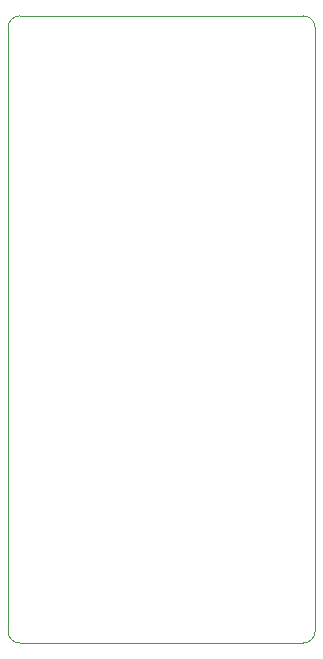
<source format=gbr>
%TF.GenerationSoftware,KiCad,Pcbnew,(5.1.6)-1*%
%TF.CreationDate,2021-08-28T00:22:51-07:00*%
%TF.ProjectId,Rocketboard-Engine,526f636b-6574-4626-9f61-72642d456e67,1.0*%
%TF.SameCoordinates,Original*%
%TF.FileFunction,Profile,NP*%
%FSLAX46Y46*%
G04 Gerber Fmt 4.6, Leading zero omitted, Abs format (unit mm)*
G04 Created by KiCad (PCBNEW (5.1.6)-1) date 2021-08-28 00:22:51*
%MOMM*%
%LPD*%
G01*
G04 APERTURE LIST*
%TA.AperFunction,Profile*%
%ADD10C,0.050000*%
%TD*%
G04 APERTURE END LIST*
D10*
X146600000Y-124900000D02*
X122600000Y-124900000D01*
X122600000Y-71800000D02*
X146600000Y-71800000D01*
X121600000Y-72800000D02*
X121600000Y-123900000D01*
X147600000Y-123900000D02*
X147600000Y-72800000D01*
X122600000Y-124900000D02*
G75*
G02*
X121600000Y-123900000I0J1000000D01*
G01*
X147600000Y-123900000D02*
G75*
G02*
X146600000Y-124900000I-1000000J0D01*
G01*
X121600000Y-72800000D02*
G75*
G02*
X122600000Y-71800000I1000000J0D01*
G01*
X146600000Y-71800000D02*
G75*
G02*
X147600000Y-72800000I0J-1000000D01*
G01*
M02*

</source>
